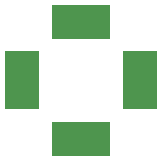
<source format=gbp>
%FSTAX23Y23*%
%MOIN*%
%SFA1B1*%

%IPPOS*%
%ADD21R,0.118110X0.196850*%
%ADD22R,0.196850X0.118110*%
%LNactive_electrode-1*%
%LPD*%
G54D21*
X00645Y0043D03*
X00251D03*
G54D22*
X00448Y00626D03*
Y00233D03*
M02*
</source>
